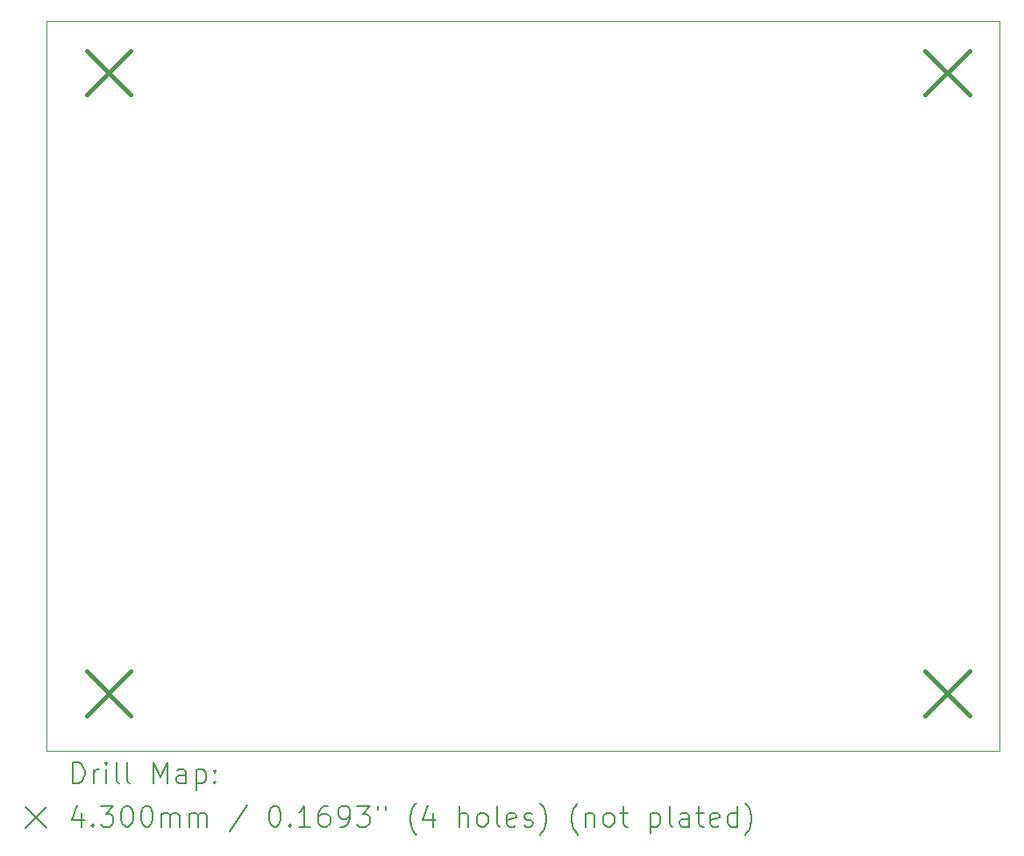
<source format=gbr>
%TF.GenerationSoftware,KiCad,Pcbnew,6.0.7+dfsg-1build1*%
%TF.CreationDate,2023-02-23T20:10:15+01:00*%
%TF.ProjectId,mqtt_bridge,6d717474-5f62-4726-9964-67652e6b6963,rev?*%
%TF.SameCoordinates,Original*%
%TF.FileFunction,Drillmap*%
%TF.FilePolarity,Positive*%
%FSLAX45Y45*%
G04 Gerber Fmt 4.5, Leading zero omitted, Abs format (unit mm)*
G04 Created by KiCad (PCBNEW 6.0.7+dfsg-1build1) date 2023-02-23 20:10:15*
%MOMM*%
%LPD*%
G01*
G04 APERTURE LIST*
%ADD10C,0.100000*%
%ADD11C,0.200000*%
%ADD12C,0.430000*%
G04 APERTURE END LIST*
D10*
X15900000Y-9750000D02*
X6700000Y-9750000D01*
X6700000Y-2700000D01*
X15900000Y-2700000D01*
X15900000Y-9750000D01*
D11*
D12*
X7085000Y-2985000D02*
X7515000Y-3415000D01*
X7515000Y-2985000D02*
X7085000Y-3415000D01*
X7085000Y-8985000D02*
X7515000Y-9415000D01*
X7515000Y-8985000D02*
X7085000Y-9415000D01*
X15185000Y-2985000D02*
X15615000Y-3415000D01*
X15615000Y-2985000D02*
X15185000Y-3415000D01*
X15185000Y-8985000D02*
X15615000Y-9415000D01*
X15615000Y-8985000D02*
X15185000Y-9415000D01*
D11*
X6952619Y-10065476D02*
X6952619Y-9865476D01*
X7000238Y-9865476D01*
X7028809Y-9875000D01*
X7047857Y-9894048D01*
X7057381Y-9913095D01*
X7066905Y-9951190D01*
X7066905Y-9979762D01*
X7057381Y-10017857D01*
X7047857Y-10036905D01*
X7028809Y-10055952D01*
X7000238Y-10065476D01*
X6952619Y-10065476D01*
X7152619Y-10065476D02*
X7152619Y-9932143D01*
X7152619Y-9970238D02*
X7162143Y-9951190D01*
X7171667Y-9941667D01*
X7190714Y-9932143D01*
X7209762Y-9932143D01*
X7276428Y-10065476D02*
X7276428Y-9932143D01*
X7276428Y-9865476D02*
X7266905Y-9875000D01*
X7276428Y-9884524D01*
X7285952Y-9875000D01*
X7276428Y-9865476D01*
X7276428Y-9884524D01*
X7400238Y-10065476D02*
X7381190Y-10055952D01*
X7371667Y-10036905D01*
X7371667Y-9865476D01*
X7505000Y-10065476D02*
X7485952Y-10055952D01*
X7476428Y-10036905D01*
X7476428Y-9865476D01*
X7733571Y-10065476D02*
X7733571Y-9865476D01*
X7800238Y-10008333D01*
X7866905Y-9865476D01*
X7866905Y-10065476D01*
X8047857Y-10065476D02*
X8047857Y-9960714D01*
X8038333Y-9941667D01*
X8019286Y-9932143D01*
X7981190Y-9932143D01*
X7962143Y-9941667D01*
X8047857Y-10055952D02*
X8028809Y-10065476D01*
X7981190Y-10065476D01*
X7962143Y-10055952D01*
X7952619Y-10036905D01*
X7952619Y-10017857D01*
X7962143Y-9998810D01*
X7981190Y-9989286D01*
X8028809Y-9989286D01*
X8047857Y-9979762D01*
X8143095Y-9932143D02*
X8143095Y-10132143D01*
X8143095Y-9941667D02*
X8162143Y-9932143D01*
X8200238Y-9932143D01*
X8219286Y-9941667D01*
X8228809Y-9951190D01*
X8238333Y-9970238D01*
X8238333Y-10027381D01*
X8228809Y-10046429D01*
X8219286Y-10055952D01*
X8200238Y-10065476D01*
X8162143Y-10065476D01*
X8143095Y-10055952D01*
X8324048Y-10046429D02*
X8333571Y-10055952D01*
X8324048Y-10065476D01*
X8314524Y-10055952D01*
X8324048Y-10046429D01*
X8324048Y-10065476D01*
X8324048Y-9941667D02*
X8333571Y-9951190D01*
X8324048Y-9960714D01*
X8314524Y-9951190D01*
X8324048Y-9941667D01*
X8324048Y-9960714D01*
X6495000Y-10295000D02*
X6695000Y-10495000D01*
X6695000Y-10295000D02*
X6495000Y-10495000D01*
X7038333Y-10352143D02*
X7038333Y-10485476D01*
X6990714Y-10275952D02*
X6943095Y-10418810D01*
X7066905Y-10418810D01*
X7143095Y-10466429D02*
X7152619Y-10475952D01*
X7143095Y-10485476D01*
X7133571Y-10475952D01*
X7143095Y-10466429D01*
X7143095Y-10485476D01*
X7219286Y-10285476D02*
X7343095Y-10285476D01*
X7276428Y-10361667D01*
X7305000Y-10361667D01*
X7324048Y-10371190D01*
X7333571Y-10380714D01*
X7343095Y-10399762D01*
X7343095Y-10447381D01*
X7333571Y-10466429D01*
X7324048Y-10475952D01*
X7305000Y-10485476D01*
X7247857Y-10485476D01*
X7228809Y-10475952D01*
X7219286Y-10466429D01*
X7466905Y-10285476D02*
X7485952Y-10285476D01*
X7505000Y-10295000D01*
X7514524Y-10304524D01*
X7524048Y-10323571D01*
X7533571Y-10361667D01*
X7533571Y-10409286D01*
X7524048Y-10447381D01*
X7514524Y-10466429D01*
X7505000Y-10475952D01*
X7485952Y-10485476D01*
X7466905Y-10485476D01*
X7447857Y-10475952D01*
X7438333Y-10466429D01*
X7428809Y-10447381D01*
X7419286Y-10409286D01*
X7419286Y-10361667D01*
X7428809Y-10323571D01*
X7438333Y-10304524D01*
X7447857Y-10295000D01*
X7466905Y-10285476D01*
X7657381Y-10285476D02*
X7676428Y-10285476D01*
X7695476Y-10295000D01*
X7705000Y-10304524D01*
X7714524Y-10323571D01*
X7724048Y-10361667D01*
X7724048Y-10409286D01*
X7714524Y-10447381D01*
X7705000Y-10466429D01*
X7695476Y-10475952D01*
X7676428Y-10485476D01*
X7657381Y-10485476D01*
X7638333Y-10475952D01*
X7628809Y-10466429D01*
X7619286Y-10447381D01*
X7609762Y-10409286D01*
X7609762Y-10361667D01*
X7619286Y-10323571D01*
X7628809Y-10304524D01*
X7638333Y-10295000D01*
X7657381Y-10285476D01*
X7809762Y-10485476D02*
X7809762Y-10352143D01*
X7809762Y-10371190D02*
X7819286Y-10361667D01*
X7838333Y-10352143D01*
X7866905Y-10352143D01*
X7885952Y-10361667D01*
X7895476Y-10380714D01*
X7895476Y-10485476D01*
X7895476Y-10380714D02*
X7905000Y-10361667D01*
X7924048Y-10352143D01*
X7952619Y-10352143D01*
X7971667Y-10361667D01*
X7981190Y-10380714D01*
X7981190Y-10485476D01*
X8076428Y-10485476D02*
X8076428Y-10352143D01*
X8076428Y-10371190D02*
X8085952Y-10361667D01*
X8105000Y-10352143D01*
X8133571Y-10352143D01*
X8152619Y-10361667D01*
X8162143Y-10380714D01*
X8162143Y-10485476D01*
X8162143Y-10380714D02*
X8171667Y-10361667D01*
X8190714Y-10352143D01*
X8219286Y-10352143D01*
X8238333Y-10361667D01*
X8247857Y-10380714D01*
X8247857Y-10485476D01*
X8638333Y-10275952D02*
X8466905Y-10533095D01*
X8895476Y-10285476D02*
X8914524Y-10285476D01*
X8933571Y-10295000D01*
X8943095Y-10304524D01*
X8952619Y-10323571D01*
X8962143Y-10361667D01*
X8962143Y-10409286D01*
X8952619Y-10447381D01*
X8943095Y-10466429D01*
X8933571Y-10475952D01*
X8914524Y-10485476D01*
X8895476Y-10485476D01*
X8876429Y-10475952D01*
X8866905Y-10466429D01*
X8857381Y-10447381D01*
X8847857Y-10409286D01*
X8847857Y-10361667D01*
X8857381Y-10323571D01*
X8866905Y-10304524D01*
X8876429Y-10295000D01*
X8895476Y-10285476D01*
X9047857Y-10466429D02*
X9057381Y-10475952D01*
X9047857Y-10485476D01*
X9038333Y-10475952D01*
X9047857Y-10466429D01*
X9047857Y-10485476D01*
X9247857Y-10485476D02*
X9133571Y-10485476D01*
X9190714Y-10485476D02*
X9190714Y-10285476D01*
X9171667Y-10314048D01*
X9152619Y-10333095D01*
X9133571Y-10342619D01*
X9419286Y-10285476D02*
X9381190Y-10285476D01*
X9362143Y-10295000D01*
X9352619Y-10304524D01*
X9333571Y-10333095D01*
X9324048Y-10371190D01*
X9324048Y-10447381D01*
X9333571Y-10466429D01*
X9343095Y-10475952D01*
X9362143Y-10485476D01*
X9400238Y-10485476D01*
X9419286Y-10475952D01*
X9428810Y-10466429D01*
X9438333Y-10447381D01*
X9438333Y-10399762D01*
X9428810Y-10380714D01*
X9419286Y-10371190D01*
X9400238Y-10361667D01*
X9362143Y-10361667D01*
X9343095Y-10371190D01*
X9333571Y-10380714D01*
X9324048Y-10399762D01*
X9533571Y-10485476D02*
X9571667Y-10485476D01*
X9590714Y-10475952D01*
X9600238Y-10466429D01*
X9619286Y-10437857D01*
X9628810Y-10399762D01*
X9628810Y-10323571D01*
X9619286Y-10304524D01*
X9609762Y-10295000D01*
X9590714Y-10285476D01*
X9552619Y-10285476D01*
X9533571Y-10295000D01*
X9524048Y-10304524D01*
X9514524Y-10323571D01*
X9514524Y-10371190D01*
X9524048Y-10390238D01*
X9533571Y-10399762D01*
X9552619Y-10409286D01*
X9590714Y-10409286D01*
X9609762Y-10399762D01*
X9619286Y-10390238D01*
X9628810Y-10371190D01*
X9695476Y-10285476D02*
X9819286Y-10285476D01*
X9752619Y-10361667D01*
X9781190Y-10361667D01*
X9800238Y-10371190D01*
X9809762Y-10380714D01*
X9819286Y-10399762D01*
X9819286Y-10447381D01*
X9809762Y-10466429D01*
X9800238Y-10475952D01*
X9781190Y-10485476D01*
X9724048Y-10485476D01*
X9705000Y-10475952D01*
X9695476Y-10466429D01*
X9895476Y-10285476D02*
X9895476Y-10323571D01*
X9971667Y-10285476D02*
X9971667Y-10323571D01*
X10266905Y-10561667D02*
X10257381Y-10552143D01*
X10238333Y-10523571D01*
X10228810Y-10504524D01*
X10219286Y-10475952D01*
X10209762Y-10428333D01*
X10209762Y-10390238D01*
X10219286Y-10342619D01*
X10228810Y-10314048D01*
X10238333Y-10295000D01*
X10257381Y-10266429D01*
X10266905Y-10256905D01*
X10428810Y-10352143D02*
X10428810Y-10485476D01*
X10381190Y-10275952D02*
X10333571Y-10418810D01*
X10457381Y-10418810D01*
X10685952Y-10485476D02*
X10685952Y-10285476D01*
X10771667Y-10485476D02*
X10771667Y-10380714D01*
X10762143Y-10361667D01*
X10743095Y-10352143D01*
X10714524Y-10352143D01*
X10695476Y-10361667D01*
X10685952Y-10371190D01*
X10895476Y-10485476D02*
X10876429Y-10475952D01*
X10866905Y-10466429D01*
X10857381Y-10447381D01*
X10857381Y-10390238D01*
X10866905Y-10371190D01*
X10876429Y-10361667D01*
X10895476Y-10352143D01*
X10924048Y-10352143D01*
X10943095Y-10361667D01*
X10952619Y-10371190D01*
X10962143Y-10390238D01*
X10962143Y-10447381D01*
X10952619Y-10466429D01*
X10943095Y-10475952D01*
X10924048Y-10485476D01*
X10895476Y-10485476D01*
X11076429Y-10485476D02*
X11057381Y-10475952D01*
X11047857Y-10456905D01*
X11047857Y-10285476D01*
X11228809Y-10475952D02*
X11209762Y-10485476D01*
X11171667Y-10485476D01*
X11152619Y-10475952D01*
X11143095Y-10456905D01*
X11143095Y-10380714D01*
X11152619Y-10361667D01*
X11171667Y-10352143D01*
X11209762Y-10352143D01*
X11228809Y-10361667D01*
X11238333Y-10380714D01*
X11238333Y-10399762D01*
X11143095Y-10418810D01*
X11314524Y-10475952D02*
X11333571Y-10485476D01*
X11371667Y-10485476D01*
X11390714Y-10475952D01*
X11400238Y-10456905D01*
X11400238Y-10447381D01*
X11390714Y-10428333D01*
X11371667Y-10418810D01*
X11343095Y-10418810D01*
X11324048Y-10409286D01*
X11314524Y-10390238D01*
X11314524Y-10380714D01*
X11324048Y-10361667D01*
X11343095Y-10352143D01*
X11371667Y-10352143D01*
X11390714Y-10361667D01*
X11466905Y-10561667D02*
X11476428Y-10552143D01*
X11495476Y-10523571D01*
X11505000Y-10504524D01*
X11514524Y-10475952D01*
X11524048Y-10428333D01*
X11524048Y-10390238D01*
X11514524Y-10342619D01*
X11505000Y-10314048D01*
X11495476Y-10295000D01*
X11476428Y-10266429D01*
X11466905Y-10256905D01*
X11828809Y-10561667D02*
X11819286Y-10552143D01*
X11800238Y-10523571D01*
X11790714Y-10504524D01*
X11781190Y-10475952D01*
X11771667Y-10428333D01*
X11771667Y-10390238D01*
X11781190Y-10342619D01*
X11790714Y-10314048D01*
X11800238Y-10295000D01*
X11819286Y-10266429D01*
X11828809Y-10256905D01*
X11905000Y-10352143D02*
X11905000Y-10485476D01*
X11905000Y-10371190D02*
X11914524Y-10361667D01*
X11933571Y-10352143D01*
X11962143Y-10352143D01*
X11981190Y-10361667D01*
X11990714Y-10380714D01*
X11990714Y-10485476D01*
X12114524Y-10485476D02*
X12095476Y-10475952D01*
X12085952Y-10466429D01*
X12076428Y-10447381D01*
X12076428Y-10390238D01*
X12085952Y-10371190D01*
X12095476Y-10361667D01*
X12114524Y-10352143D01*
X12143095Y-10352143D01*
X12162143Y-10361667D01*
X12171667Y-10371190D01*
X12181190Y-10390238D01*
X12181190Y-10447381D01*
X12171667Y-10466429D01*
X12162143Y-10475952D01*
X12143095Y-10485476D01*
X12114524Y-10485476D01*
X12238333Y-10352143D02*
X12314524Y-10352143D01*
X12266905Y-10285476D02*
X12266905Y-10456905D01*
X12276428Y-10475952D01*
X12295476Y-10485476D01*
X12314524Y-10485476D01*
X12533571Y-10352143D02*
X12533571Y-10552143D01*
X12533571Y-10361667D02*
X12552619Y-10352143D01*
X12590714Y-10352143D01*
X12609762Y-10361667D01*
X12619286Y-10371190D01*
X12628809Y-10390238D01*
X12628809Y-10447381D01*
X12619286Y-10466429D01*
X12609762Y-10475952D01*
X12590714Y-10485476D01*
X12552619Y-10485476D01*
X12533571Y-10475952D01*
X12743095Y-10485476D02*
X12724048Y-10475952D01*
X12714524Y-10456905D01*
X12714524Y-10285476D01*
X12905000Y-10485476D02*
X12905000Y-10380714D01*
X12895476Y-10361667D01*
X12876428Y-10352143D01*
X12838333Y-10352143D01*
X12819286Y-10361667D01*
X12905000Y-10475952D02*
X12885952Y-10485476D01*
X12838333Y-10485476D01*
X12819286Y-10475952D01*
X12809762Y-10456905D01*
X12809762Y-10437857D01*
X12819286Y-10418810D01*
X12838333Y-10409286D01*
X12885952Y-10409286D01*
X12905000Y-10399762D01*
X12971667Y-10352143D02*
X13047857Y-10352143D01*
X13000238Y-10285476D02*
X13000238Y-10456905D01*
X13009762Y-10475952D01*
X13028809Y-10485476D01*
X13047857Y-10485476D01*
X13190714Y-10475952D02*
X13171667Y-10485476D01*
X13133571Y-10485476D01*
X13114524Y-10475952D01*
X13105000Y-10456905D01*
X13105000Y-10380714D01*
X13114524Y-10361667D01*
X13133571Y-10352143D01*
X13171667Y-10352143D01*
X13190714Y-10361667D01*
X13200238Y-10380714D01*
X13200238Y-10399762D01*
X13105000Y-10418810D01*
X13371667Y-10485476D02*
X13371667Y-10285476D01*
X13371667Y-10475952D02*
X13352619Y-10485476D01*
X13314524Y-10485476D01*
X13295476Y-10475952D01*
X13285952Y-10466429D01*
X13276428Y-10447381D01*
X13276428Y-10390238D01*
X13285952Y-10371190D01*
X13295476Y-10361667D01*
X13314524Y-10352143D01*
X13352619Y-10352143D01*
X13371667Y-10361667D01*
X13447857Y-10561667D02*
X13457381Y-10552143D01*
X13476428Y-10523571D01*
X13485952Y-10504524D01*
X13495476Y-10475952D01*
X13505000Y-10428333D01*
X13505000Y-10390238D01*
X13495476Y-10342619D01*
X13485952Y-10314048D01*
X13476428Y-10295000D01*
X13457381Y-10266429D01*
X13447857Y-10256905D01*
M02*

</source>
